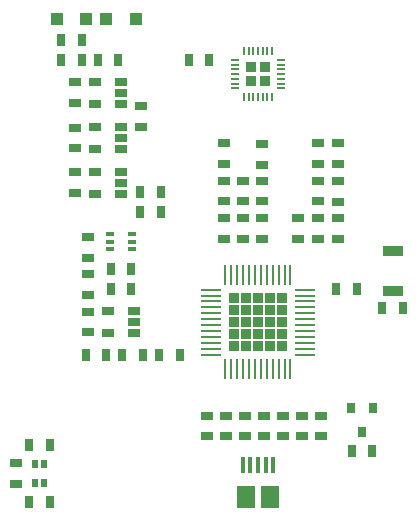
<source format=gtp>
G04 #@! TF.GenerationSoftware,KiCad,Pcbnew,(5.0.0-rc2-dev-321-g78161b592)*
G04 #@! TF.CreationDate,2018-04-10T00:44:43+02:00*
G04 #@! TF.ProjectId,xildebug,78696C64656275672E6B696361645F70,rev?*
G04 #@! TF.SameCoordinates,Original*
G04 #@! TF.FileFunction,Paste,Top*
G04 #@! TF.FilePolarity,Positive*
%FSLAX46Y46*%
G04 Gerber Fmt 4.6, Leading zero omitted, Abs format (unit mm)*
G04 Created by KiCad (PCBNEW (5.0.0-rc2-dev-321-g78161b592)) date 04/10/18 00:44:43*
%MOMM*%
%LPD*%
G01*
G04 APERTURE LIST*
%ADD10R,1.700000X0.900000*%
%ADD11R,0.670000X1.000000*%
%ADD12R,1.000000X0.670000*%
%ADD13R,1.500000X1.900000*%
%ADD14R,0.400000X1.350000*%
%ADD15R,1.000000X1.000000*%
%ADD16R,0.600000X0.800000*%
%ADD17R,0.200000X0.800000*%
%ADD18R,0.800000X0.200000*%
%ADD19R,0.970000X0.970000*%
%ADD20R,0.830000X0.830000*%
%ADD21R,1.800000X0.250000*%
%ADD22R,0.250000X1.800000*%
%ADD23R,0.800000X0.900000*%
%ADD24R,1.060000X0.650000*%
%ADD25R,0.650000X0.400000*%
G04 APERTURE END LIST*
D10*
X231400000Y-77400000D03*
X231400000Y-80800000D03*
D11*
X230525000Y-82200000D03*
X232275000Y-82200000D03*
D12*
X204500000Y-72475000D03*
X204500000Y-70725000D03*
D11*
X207525000Y-78900000D03*
X209275000Y-78900000D03*
D12*
X204500000Y-68675000D03*
X204500000Y-66925000D03*
X205600000Y-77975000D03*
X205600000Y-76225000D03*
D11*
X207525000Y-80600000D03*
X209275000Y-80600000D03*
X205425000Y-86200000D03*
X207175000Y-86200000D03*
X210275000Y-86200000D03*
X208525000Y-86200000D03*
D12*
X204500000Y-63100000D03*
X204500000Y-64850000D03*
X220300000Y-76375000D03*
X220300000Y-74625000D03*
D11*
X211625000Y-86200000D03*
X213375000Y-86200000D03*
X215875000Y-61200000D03*
X214125000Y-61200000D03*
D12*
X223400000Y-74625000D03*
X223400000Y-76375000D03*
X222100000Y-91325000D03*
X222100000Y-93075000D03*
X223700000Y-93075000D03*
X223700000Y-91325000D03*
X217100000Y-76375000D03*
X217100000Y-74625000D03*
X218700000Y-74625000D03*
X218700000Y-76375000D03*
D11*
X229675000Y-94300000D03*
X227925000Y-94300000D03*
X228375000Y-80600000D03*
X226625000Y-80600000D03*
D12*
X225300000Y-91325000D03*
X225300000Y-93075000D03*
D13*
X221000000Y-98237500D03*
D14*
X219350000Y-95537500D03*
X218700000Y-95537500D03*
X221300000Y-95537500D03*
X220650000Y-95537500D03*
X220000000Y-95537500D03*
D13*
X219000000Y-98237500D03*
D15*
X207150000Y-57700000D03*
X209650000Y-57700000D03*
X205450000Y-57700000D03*
X202950000Y-57700000D03*
D12*
X218700000Y-73175000D03*
X218700000Y-71425000D03*
X226800000Y-76375000D03*
X226800000Y-74625000D03*
X226800000Y-71450000D03*
X226800000Y-73200000D03*
X226800000Y-69975000D03*
X226800000Y-68225000D03*
D16*
X201100000Y-97000000D03*
X201100000Y-95400000D03*
X201900000Y-97000000D03*
X201900000Y-95400000D03*
D17*
X218800000Y-64350000D03*
X219200000Y-64350000D03*
X219600000Y-64350000D03*
X220000000Y-64350000D03*
X220400000Y-64350000D03*
X220800000Y-64350000D03*
X221200000Y-64350000D03*
D18*
X221950000Y-63600000D03*
X221950000Y-63200000D03*
X221950000Y-62800000D03*
X221950000Y-62400000D03*
X221950000Y-62000000D03*
X221950000Y-61600000D03*
X221950000Y-61200000D03*
D17*
X221200000Y-60450000D03*
X220800000Y-60450000D03*
X220400000Y-60450000D03*
X220000000Y-60450000D03*
X219600000Y-60450000D03*
X219200000Y-60450000D03*
X218800000Y-60450000D03*
D18*
X218050000Y-61200000D03*
X218050000Y-61600000D03*
X218050000Y-62000000D03*
X218050000Y-62400000D03*
X218050000Y-62800000D03*
X218050000Y-63200000D03*
X218050000Y-63600000D03*
D19*
X220600000Y-63000000D03*
X220600000Y-61800000D03*
X219400000Y-61800000D03*
X219400000Y-63000000D03*
D20*
X222060000Y-85460000D03*
X222060000Y-84430000D03*
X222060000Y-83400000D03*
X222060000Y-82370000D03*
X222060000Y-81340000D03*
X221030000Y-85460000D03*
X221030000Y-84430000D03*
X221030000Y-83400000D03*
X221030000Y-82370000D03*
X221030000Y-81340000D03*
X220000000Y-85460000D03*
X220000000Y-84430000D03*
X220000000Y-83400000D03*
X220000000Y-82370000D03*
X220000000Y-81340000D03*
X218970000Y-85460000D03*
X218970000Y-84430000D03*
X218970000Y-83400000D03*
X218970000Y-82370000D03*
X218970000Y-81340000D03*
X217940000Y-81340000D03*
X217940000Y-82370000D03*
X217940000Y-83400000D03*
X217940000Y-84430000D03*
X217940000Y-85460000D03*
D21*
X223950000Y-80650000D03*
X223950000Y-81150000D03*
X223950000Y-81650000D03*
X223950000Y-82150000D03*
X223950000Y-82650000D03*
X223950000Y-83150000D03*
X223950000Y-83650000D03*
X223950000Y-84150000D03*
X223950000Y-84650000D03*
X223950000Y-85150000D03*
X223950000Y-85650000D03*
X223950000Y-86150000D03*
D22*
X222750000Y-87350000D03*
X222250000Y-87350000D03*
X221750000Y-87350000D03*
X221250000Y-87350000D03*
X220750000Y-87350000D03*
X220250000Y-87350000D03*
X219750000Y-87350000D03*
X219250000Y-87350000D03*
X218750000Y-87350000D03*
X218250000Y-87350000D03*
X217750000Y-87350000D03*
X217250000Y-87350000D03*
D21*
X216050000Y-86150000D03*
X216050000Y-85650000D03*
X216050000Y-85150000D03*
X216050000Y-84650000D03*
X216050000Y-84150000D03*
X216050000Y-83650000D03*
X216050000Y-83150000D03*
X216050000Y-82650000D03*
X216050000Y-82150000D03*
X216050000Y-81650000D03*
X216050000Y-81150000D03*
X216050000Y-80650000D03*
D22*
X217250000Y-79450000D03*
X217750000Y-79450000D03*
X218250000Y-79450000D03*
X218750000Y-79450000D03*
X219250000Y-79450000D03*
X219750000Y-79450000D03*
X220250000Y-79450000D03*
X220750000Y-79450000D03*
X221250000Y-79450000D03*
X221750000Y-79450000D03*
X222250000Y-79450000D03*
X222750000Y-79450000D03*
D23*
X229750000Y-90700000D03*
X227850000Y-90700000D03*
X228800000Y-92700000D03*
D24*
X206200000Y-64950000D03*
X206200000Y-63050000D03*
X208400000Y-63050000D03*
X208400000Y-64000000D03*
X208400000Y-64950000D03*
X208400000Y-72550000D03*
X208400000Y-71600000D03*
X208400000Y-70650000D03*
X206200000Y-70650000D03*
X206200000Y-72550000D03*
X207300000Y-84350000D03*
X207300000Y-82450000D03*
X209500000Y-82450000D03*
X209500000Y-83400000D03*
X209500000Y-84350000D03*
X208400000Y-68750000D03*
X208400000Y-67800000D03*
X208400000Y-66850000D03*
X206200000Y-66850000D03*
X206200000Y-68750000D03*
D25*
X209350000Y-77250000D03*
X209350000Y-75950000D03*
X207450000Y-76600000D03*
X209350000Y-76600000D03*
X207450000Y-75950000D03*
X207450000Y-77250000D03*
D12*
X205600000Y-84275000D03*
X205600000Y-82525000D03*
D11*
X210025000Y-72400000D03*
X211775000Y-72400000D03*
D12*
X210100000Y-66875000D03*
X210100000Y-65125000D03*
X217100000Y-68225000D03*
X217100000Y-69975000D03*
X217100000Y-73175000D03*
X217100000Y-71425000D03*
X220300000Y-68325000D03*
X220300000Y-70075000D03*
X220300000Y-73175000D03*
X220300000Y-71425000D03*
D11*
X206425000Y-61200000D03*
X208175000Y-61200000D03*
X205075000Y-59500000D03*
X203325000Y-59500000D03*
X211775000Y-74100000D03*
X210025000Y-74100000D03*
D12*
X215700000Y-93075000D03*
X215700000Y-91325000D03*
X217300000Y-91325000D03*
X217300000Y-93075000D03*
X218900000Y-91325000D03*
X218900000Y-93075000D03*
X220500000Y-93075000D03*
X220500000Y-91325000D03*
D11*
X202375000Y-93800000D03*
X200625000Y-93800000D03*
D12*
X199500000Y-97075000D03*
X199500000Y-95325000D03*
D11*
X202375000Y-98600000D03*
X200625000Y-98600000D03*
D12*
X225100000Y-76375000D03*
X225100000Y-74625000D03*
X225100000Y-68225000D03*
X225100000Y-69975000D03*
D11*
X203325000Y-61200000D03*
X205075000Y-61200000D03*
D12*
X225100000Y-71425000D03*
X225100000Y-73175000D03*
X205600000Y-79325000D03*
X205600000Y-81075000D03*
M02*

</source>
